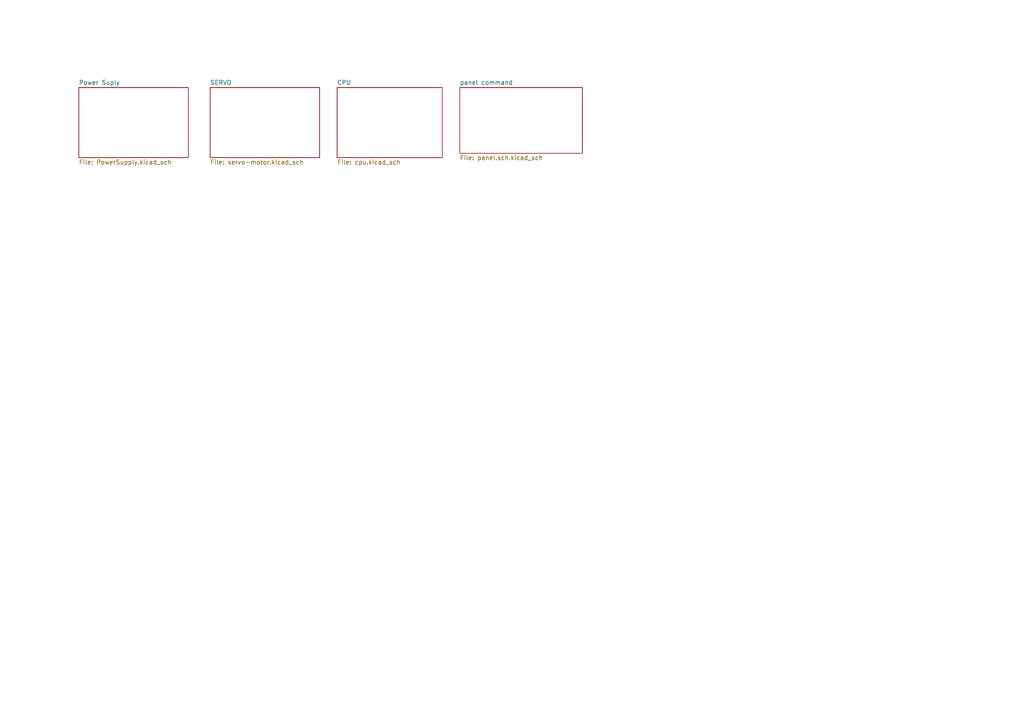
<source format=kicad_sch>
(kicad_sch
	(version 20250114)
	(generator "eeschema")
	(generator_version "9.0")
	(uuid "d482d245-9bde-482f-a0c9-8f57ac89377e")
	(paper "A4")
	(title_block
		(title "Quadro elettrico")
	)
	(lib_symbols)
	(sheet
		(at 133.35 25.4)
		(size 35.56 19.05)
		(exclude_from_sim no)
		(in_bom yes)
		(on_board yes)
		(dnp no)
		(fields_autoplaced yes)
		(stroke
			(width 0.1524)
			(type solid)
		)
		(fill
			(color 0 0 0 0.0000)
		)
		(uuid "3aff6d39-0f0b-4908-aed9-67e32121b6ac")
		(property "Sheetname" "panel command"
			(at 133.35 24.6884 0)
			(effects
				(font
					(size 1.27 1.27)
				)
				(justify left bottom)
			)
		)
		(property "Sheetfile" "panel.sch.kicad_sch"
			(at 133.35 45.0346 0)
			(effects
				(font
					(size 1.27 1.27)
				)
				(justify left top)
			)
		)
		(instances
			(project "Tornio"
				(path "/d482d245-9bde-482f-a0c9-8f57ac89377e"
					(page "6")
				)
			)
		)
	)
	(sheet
		(at 60.96 25.4)
		(size 31.75 20.32)
		(exclude_from_sim no)
		(in_bom yes)
		(on_board yes)
		(dnp no)
		(fields_autoplaced yes)
		(stroke
			(width 0.1524)
			(type solid)
		)
		(fill
			(color 0 0 0 0.0000)
		)
		(uuid "79dfb10c-bfb9-446e-b60d-02adc016e4fd")
		(property "Sheetname" "SERVO"
			(at 60.96 24.6884 0)
			(effects
				(font
					(size 1.27 1.27)
				)
				(justify left bottom)
			)
		)
		(property "Sheetfile" "servo-motor.kicad_sch"
			(at 60.96 46.3046 0)
			(effects
				(font
					(size 1.27 1.27)
				)
				(justify left top)
			)
		)
		(instances
			(project "Tornio"
				(path "/d482d245-9bde-482f-a0c9-8f57ac89377e"
					(page "3")
				)
			)
		)
	)
	(sheet
		(at 97.79 25.4)
		(size 30.48 20.32)
		(exclude_from_sim no)
		(in_bom yes)
		(on_board yes)
		(dnp no)
		(fields_autoplaced yes)
		(stroke
			(width 0.1524)
			(type solid)
		)
		(fill
			(color 0 0 0 0.0000)
		)
		(uuid "9e5955c3-294c-4b63-ae7d-9a3a2d1c56ae")
		(property "Sheetname" "CPU"
			(at 97.79 24.6884 0)
			(effects
				(font
					(size 1.27 1.27)
				)
				(justify left bottom)
			)
		)
		(property "Sheetfile" "cpu.kicad_sch"
			(at 97.79 46.3046 0)
			(effects
				(font
					(size 1.27 1.27)
				)
				(justify left top)
			)
		)
		(instances
			(project "Tornio"
				(path "/d482d245-9bde-482f-a0c9-8f57ac89377e"
					(page "4")
				)
			)
		)
	)
	(sheet
		(at 22.86 25.4)
		(size 31.75 20.32)
		(exclude_from_sim no)
		(in_bom yes)
		(on_board yes)
		(dnp no)
		(fields_autoplaced yes)
		(stroke
			(width 0.1524)
			(type solid)
		)
		(fill
			(color 0 0 0 0.0000)
		)
		(uuid "c231f242-7d45-48d3-852a-10fcde1d187b")
		(property "Sheetname" "Power Suply"
			(at 22.86 24.6884 0)
			(effects
				(font
					(size 1.27 1.27)
				)
				(justify left bottom)
			)
		)
		(property "Sheetfile" "PowerSupply.kicad_sch"
			(at 22.86 46.3046 0)
			(effects
				(font
					(size 1.27 1.27)
				)
				(justify left top)
			)
		)
		(instances
			(project "Tornio"
				(path "/d482d245-9bde-482f-a0c9-8f57ac89377e"
					(page "2")
				)
			)
		)
	)
	(sheet_instances
		(path "/"
			(page "1")
		)
	)
	(embedded_fonts no)
)

</source>
